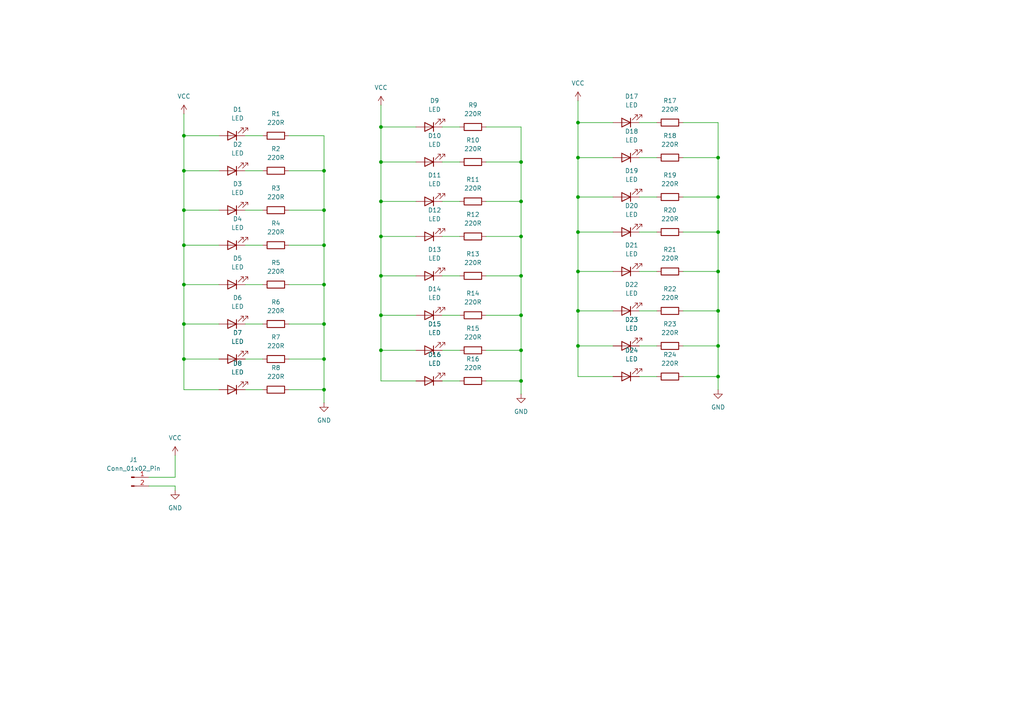
<source format=kicad_sch>
(kicad_sch (version 20231120) (generator "eeschema") (generator_version "8.0")
  (paper "A4")
  (lib_symbols
    (symbol "Connector:Conn_01x02_Pin" (pin_names (offset 1.016) hide)
      (property "Reference" "J" (at 0 2.54 0))
      (property "Value" "Conn_01x02_Pin" (at 0 -5.08 0))
      (symbol "Conn_01x02_Pin_1_1"
        (polyline (pts (xy 1.27 -2.54) (xy 0.8636 -2.54)) (stroke (width 0.1524)))
        (polyline (pts (xy 1.27 0) (xy 0.8636 0)) (stroke (width 0.1524)))
        (rectangle (start 0.8636 -2.413) (end 0 -2.667) (stroke (width 0.1524)) (fill (type outline)))
        (rectangle (start 0.8636 0.127) (end 0 -0.127) (stroke (width 0.1524)) (fill (type outline)))
        (pin passive line (at 5.08 0 180) (length 3.81) (name "Pin_1") (number "1"))
        (pin passive line (at 5.08 -2.54 180) (length 3.81) (name "Pin_2") (number "2"))
      )
    )
    (symbol "Device:LED" (pin_numbers hide) (pin_names (offset 1.016) hide)
      (property "Reference" "D" (at 0 2.54 0))
      (property "Value" "LED" (at 0 -2.54 0))
      (symbol "LED_0_1"
        (polyline (pts (xy -1.27 -1.27) (xy -1.27 1.27)) (stroke (width 0.254)))
        (polyline (pts (xy -1.27 0) (xy 1.27 0)))
        (polyline (pts (xy 1.27 -1.27) (xy 1.27 1.27) (xy -1.27 0) (xy 1.27 -1.27)) (stroke (width 0.254)))
        (polyline (pts (xy -3.048 -0.762) (xy -4.572 -2.286) (xy -3.81 -2.286) (xy -4.572 -2.286) (xy -4.572 -1.524)))
        (polyline (pts (xy -1.778 -0.762) (xy -3.302 -2.286) (xy -2.54 -2.286) (xy -3.302 -2.286) (xy -3.302 -1.524)))
      )
      (symbol "LED_1_1"
        (pin passive line (at -3.81 0 0) (length 2.54) (name "K") (number "1"))
        (pin passive line (at 3.81 0 180) (length 2.54) (name "A") (number "2"))
      )
    )
    (symbol "Device:R" (pin_numbers hide) (pin_names (offset 0))
      (property "Reference" "R" (at 2.032 0 90))
      (property "Value" "R" (at 0 0 90))
      (symbol "R_0_1"
        (rectangle (start -1.016 -2.54) (end 1.016 2.54) (stroke (width 0.254)))
      )
      (symbol "R_1_1"
        (pin passive line (at 0 3.81 270) (length 1.27) (name "~") (number "1"))
        (pin passive line (at 0 -3.81 90) (length 1.27) (name "~") (number "2"))
      )
    )
    (symbol "power:GND" (power) (pin_numbers hide) (pin_names (offset 0) hide)
      (property "Value" "GND" (at 0 -3.81 0))
      (symbol "GND_0_1"
        (polyline (pts (xy 0 0) (xy 0 -1.27) (xy 1.27 -1.27) (xy 0 -2.54) (xy -1.27 -1.27) (xy 0 -1.27)))
      )
      (symbol "GND_1_1"
        (pin power_in line (at 0 0 270) (length 0) (name "~") (number "1"))
      )
    )
    (symbol "power:VCC" (power) (pin_numbers hide) (pin_names (offset 0) hide)
      (property "Value" "VCC" (at 0 3.556 0))
      (symbol "VCC_0_1"
        (polyline (pts (xy -0.762 1.27) (xy 0 2.54)))
        (polyline (pts (xy 0 0) (xy 0 2.54)))
        (polyline (pts (xy 0 2.54) (xy 0.762 1.27)))
      )
      (symbol "VCC_1_1"
        (pin power_in line (at 0 0 90) (length 0) (name "~") (number "1"))
      )
    )
  )
  (junction (at 93.98 93.98))
  (junction (at 208.28 90.17))
  (junction (at 93.98 60.96))
  (junction (at 110.49 91.44))
  (junction (at 110.49 80.01))
  (junction (at 167.64 45.72))
  (junction (at 151.13 91.44))
  (junction (at 110.49 46.99))
  (junction (at 93.98 49.53))
  (junction (at 151.13 80.01))
  (junction (at 53.34 93.98))
  (junction (at 151.13 101.6))
  (junction (at 208.28 109.22))
  (junction (at 167.64 100.33))
  (junction (at 151.13 58.42))
  (junction (at 167.64 35.56))
  (junction (at 167.64 78.74))
  (junction (at 167.64 90.17))
  (junction (at 53.34 71.12))
  (junction (at 110.49 58.42))
  (junction (at 53.34 39.37))
  (junction (at 208.28 67.31))
  (junction (at 151.13 68.58))
  (junction (at 208.28 57.15))
  (junction (at 93.98 104.14))
  (junction (at 93.98 82.55))
  (junction (at 208.28 45.72))
  (junction (at 53.34 104.14))
  (junction (at 208.28 78.74))
  (junction (at 53.34 60.96))
  (junction (at 151.13 46.99))
  (junction (at 53.34 82.55))
  (junction (at 110.49 68.58))
  (junction (at 93.98 113.03))
  (junction (at 110.49 101.6))
  (junction (at 110.49 36.83))
  (junction (at 151.13 110.49))
  (junction (at 93.98 71.12))
  (junction (at 53.34 49.53))
  (junction (at 208.28 100.33))
  (junction (at 167.64 57.15))
  (junction (at 167.64 67.31))
  (wire (pts (xy 110.49 91.44) (xy 110.49 101.6)))
  (wire (pts (xy 83.82 39.37) (xy 93.98 39.37)))
  (wire (pts (xy 198.12 100.33) (xy 208.28 100.33)))
  (wire (pts (xy 128.27 58.42) (xy 133.35 58.42)))
  (wire (pts (xy 71.12 93.98) (xy 76.2 93.98)))
  (wire (pts (xy 151.13 110.49) (xy 151.13 114.3)))
  (wire (pts (xy 53.34 71.12) (xy 53.34 60.96)))
  (wire (pts (xy 208.28 57.15) (xy 208.28 67.31)))
  (wire (pts (xy 71.12 104.14) (xy 76.2 104.14)))
  (wire (pts (xy 53.34 71.12) (xy 63.5 71.12)))
  (wire (pts (xy 167.64 78.74) (xy 167.64 90.17)))
  (wire (pts (xy 185.42 109.22) (xy 190.5 109.22)))
  (wire (pts (xy 71.12 82.55) (xy 76.2 82.55)))
  (wire (pts (xy 83.82 82.55) (xy 93.98 82.55)))
  (wire (pts (xy 167.64 29.21) (xy 167.64 35.56)))
  (wire (pts (xy 53.34 71.12) (xy 53.34 82.55)))
  (wire (pts (xy 120.65 110.49) (xy 110.49 110.49)))
  (wire (pts (xy 208.28 78.74) (xy 208.28 90.17)))
  (wire (pts (xy 110.49 46.99) (xy 120.65 46.99)))
  (wire (pts (xy 71.12 113.03) (xy 76.2 113.03)))
  (wire (pts (xy 53.34 39.37) (xy 63.5 39.37)))
  (wire (pts (xy 140.97 110.49) (xy 151.13 110.49)))
  (wire (pts (xy 167.64 100.33) (xy 177.8 100.33)))
  (wire (pts (xy 53.34 60.96) (xy 63.5 60.96)))
  (wire (pts (xy 83.82 71.12) (xy 93.98 71.12)))
  (wire (pts (xy 128.27 68.58) (xy 133.35 68.58)))
  (wire (pts (xy 185.42 35.56) (xy 190.5 35.56)))
  (wire (pts (xy 83.82 49.53) (xy 93.98 49.53)))
  (wire (pts (xy 185.42 100.33) (xy 190.5 100.33)))
  (wire (pts (xy 140.97 80.01) (xy 151.13 80.01)))
  (wire (pts (xy 128.27 110.49) (xy 133.35 110.49)))
  (wire (pts (xy 128.27 36.83) (xy 133.35 36.83)))
  (wire (pts (xy 63.5 113.03) (xy 53.34 113.03)))
  (wire (pts (xy 93.98 60.96) (xy 93.98 71.12)))
  (wire (pts (xy 185.42 45.72) (xy 190.5 45.72)))
  (wire (pts (xy 110.49 36.83) (xy 120.65 36.83)))
  (wire (pts (xy 167.64 90.17) (xy 177.8 90.17)))
  (wire (pts (xy 208.28 100.33) (xy 208.28 109.22)))
  (wire (pts (xy 140.97 36.83) (xy 151.13 36.83)))
  (wire (pts (xy 110.49 58.42) (xy 110.49 46.99)))
  (wire (pts (xy 110.49 101.6) (xy 120.65 101.6)))
  (wire (pts (xy 71.12 60.96) (xy 76.2 60.96)))
  (wire (pts (xy 110.49 80.01) (xy 110.49 91.44)))
  (wire (pts (xy 83.82 60.96) (xy 93.98 60.96)))
  (wire (pts (xy 208.28 90.17) (xy 208.28 100.33)))
  (wire (pts (xy 140.97 91.44) (xy 151.13 91.44)))
  (wire (pts (xy 110.49 68.58) (xy 110.49 80.01)))
  (wire (pts (xy 110.49 68.58) (xy 120.65 68.58)))
  (wire (pts (xy 198.12 45.72) (xy 208.28 45.72)))
  (wire (pts (xy 185.42 90.17) (xy 190.5 90.17)))
  (wire (pts (xy 167.64 45.72) (xy 167.64 35.56)))
  (wire (pts (xy 120.65 80.01) (xy 110.49 80.01)))
  (wire (pts (xy 93.98 39.37) (xy 93.98 49.53)))
  (wire (pts (xy 177.8 109.22) (xy 167.64 109.22)))
  (wire (pts (xy 93.98 82.55) (xy 93.98 93.98)))
  (wire (pts (xy 83.82 93.98) (xy 93.98 93.98)))
  (wire (pts (xy 50.8 138.43) (xy 50.8 132.08)))
  (wire (pts (xy 140.97 58.42) (xy 151.13 58.42)))
  (wire (pts (xy 53.34 93.98) (xy 53.34 104.14)))
  (wire (pts (xy 151.13 91.44) (xy 151.13 101.6)))
  (wire (pts (xy 151.13 58.42) (xy 151.13 68.58)))
  (wire (pts (xy 198.12 109.22) (xy 208.28 109.22)))
  (wire (pts (xy 83.82 113.03) (xy 93.98 113.03)))
  (wire (pts (xy 93.98 104.14) (xy 93.98 113.03)))
  (wire (pts (xy 93.98 93.98) (xy 93.98 104.14)))
  (wire (pts (xy 167.64 57.15) (xy 177.8 57.15)))
  (wire (pts (xy 110.49 30.48) (xy 110.49 36.83)))
  (wire (pts (xy 128.27 91.44) (xy 133.35 91.44)))
  (wire (pts (xy 53.34 93.98) (xy 63.5 93.98)))
  (wire (pts (xy 43.18 140.97) (xy 50.8 140.97)))
  (wire (pts (xy 53.34 104.14) (xy 53.34 113.03)))
  (wire (pts (xy 93.98 71.12) (xy 93.98 82.55)))
  (wire (pts (xy 140.97 46.99) (xy 151.13 46.99)))
  (wire (pts (xy 151.13 46.99) (xy 151.13 58.42)))
  (wire (pts (xy 167.64 90.17) (xy 167.64 100.33)))
  (wire (pts (xy 43.18 138.43) (xy 50.8 138.43)))
  (wire (pts (xy 167.64 45.72) (xy 177.8 45.72)))
  (wire (pts (xy 208.28 109.22) (xy 208.28 113.03)))
  (wire (pts (xy 151.13 101.6) (xy 151.13 110.49)))
  (wire (pts (xy 53.34 49.53) (xy 53.34 39.37)))
  (wire (pts (xy 167.64 67.31) (xy 167.64 78.74)))
  (wire (pts (xy 140.97 68.58) (xy 151.13 68.58)))
  (wire (pts (xy 110.49 58.42) (xy 120.65 58.42)))
  (wire (pts (xy 53.34 82.55) (xy 53.34 93.98)))
  (wire (pts (xy 185.42 67.31) (xy 190.5 67.31)))
  (wire (pts (xy 198.12 78.74) (xy 208.28 78.74)))
  (wire (pts (xy 71.12 49.53) (xy 76.2 49.53)))
  (wire (pts (xy 208.28 67.31) (xy 208.28 78.74)))
  (wire (pts (xy 53.34 49.53) (xy 63.5 49.53)))
  (wire (pts (xy 167.64 67.31) (xy 167.64 57.15)))
  (wire (pts (xy 167.64 35.56) (xy 177.8 35.56)))
  (wire (pts (xy 140.97 101.6) (xy 151.13 101.6)))
  (wire (pts (xy 198.12 57.15) (xy 208.28 57.15)))
  (wire (pts (xy 110.49 68.58) (xy 110.49 58.42)))
  (wire (pts (xy 198.12 90.17) (xy 208.28 90.17)))
  (wire (pts (xy 71.12 71.12) (xy 76.2 71.12)))
  (wire (pts (xy 167.64 57.15) (xy 167.64 45.72)))
  (wire (pts (xy 167.64 67.31) (xy 177.8 67.31)))
  (wire (pts (xy 71.12 39.37) (xy 76.2 39.37)))
  (wire (pts (xy 53.34 60.96) (xy 53.34 49.53)))
  (wire (pts (xy 128.27 80.01) (xy 133.35 80.01)))
  (wire (pts (xy 177.8 78.74) (xy 167.64 78.74)))
  (wire (pts (xy 63.5 82.55) (xy 53.34 82.55)))
  (wire (pts (xy 151.13 68.58) (xy 151.13 80.01)))
  (wire (pts (xy 110.49 91.44) (xy 120.65 91.44)))
  (wire (pts (xy 128.27 46.99) (xy 133.35 46.99)))
  (wire (pts (xy 208.28 35.56) (xy 208.28 45.72)))
  (wire (pts (xy 198.12 67.31) (xy 208.28 67.31)))
  (wire (pts (xy 151.13 80.01) (xy 151.13 91.44)))
  (wire (pts (xy 198.12 35.56) (xy 208.28 35.56)))
  (wire (pts (xy 151.13 36.83) (xy 151.13 46.99)))
  (wire (pts (xy 93.98 113.03) (xy 93.98 116.84)))
  (wire (pts (xy 110.49 46.99) (xy 110.49 36.83)))
  (wire (pts (xy 50.8 140.97) (xy 50.8 142.24)))
  (wire (pts (xy 83.82 104.14) (xy 93.98 104.14)))
  (wire (pts (xy 185.42 57.15) (xy 190.5 57.15)))
  (wire (pts (xy 53.34 33.02) (xy 53.34 39.37)))
  (wire (pts (xy 93.98 49.53) (xy 93.98 60.96)))
  (wire (pts (xy 110.49 101.6) (xy 110.49 110.49)))
  (wire (pts (xy 128.27 101.6) (xy 133.35 101.6)))
  (wire (pts (xy 167.64 100.33) (xy 167.64 109.22)))
  (wire (pts (xy 185.42 78.74) (xy 190.5 78.74)))
  (wire (pts (xy 53.34 104.14) (xy 63.5 104.14)))
  (wire (pts (xy 208.28 45.72) (xy 208.28 57.15)))
  (symbol (lib_id "Device:R") (at 80.01 93.98 90) (unit 1)
    (property "Reference" "R6" (at 80.01 87.63 90))
    (property "Value" "220R" (at 80.01 90.17 90))
    (property "Footprint" "Resistor_THT:R_Axial_DIN0204_L3.6mm_D1.6mm_P5.08mm_Horizontal" (effects (hide yes)))
    (property "Description" "Resistor" (effects (hide yes)))
  )
  (symbol (lib_id "Device:R") (at 137.16 36.83 90) (unit 1)
    (property "Reference" "R9" (at 137.16 30.48 90))
    (property "Value" "220R" (at 137.16 33.02 90))
    (property "Footprint" "Resistor_THT:R_Axial_DIN0204_L3.6mm_D1.6mm_P5.08mm_Horizontal" (effects (hide yes)))
    (property "Description" "Resistor" (effects (hide yes)))
  )
  (symbol (lib_id "Device:R") (at 80.01 49.53 90) (unit 1)
    (property "Reference" "R2" (at 80.01 43.18 90))
    (property "Value" "220R" (at 80.01 45.72 90))
    (property "Footprint" "Resistor_THT:R_Axial_DIN0204_L3.6mm_D1.6mm_P5.08mm_Horizontal" (effects (hide yes)))
    (property "Description" "Resistor" (effects (hide yes)))
  )
  (symbol (lib_id "Device:R") (at 137.16 46.99 90) (unit 1)
    (property "Reference" "R10" (at 137.16 40.64 90))
    (property "Value" "220R" (at 137.16 43.18 90))
    (property "Footprint" "Resistor_THT:R_Axial_DIN0204_L3.6mm_D1.6mm_P5.08mm_Horizontal" (effects (hide yes)))
    (property "Description" "Resistor" (effects (hide yes)))
  )
  (symbol (lib_id "power:GND") (at 208.28 113.03 0) (unit 1)
    (property "Reference" "#PWR06" (effects (hide yes)))
    (property "Value" "GND" (at 208.28 118.11 0))
    (property "Description" "Power symbol creates a global label with name \"GND\" , ground" (effects (hide yes)))
  )
  (symbol (lib_id "Device:LED") (at 67.31 49.53 180) (unit 1)
    (property "Reference" "D2" (at 68.8975 41.91 0))
    (property "Value" "LED" (at 68.8975 44.45 0))
    (property "Footprint" "LED_THT:LED_D3.0mm" (effects (hide yes)))
    (property "Description" "Light emitting diode" (effects (hide yes)))
  )
  (symbol (lib_id "Device:R") (at 137.16 101.6 90) (unit 1)
    (property "Reference" "R15" (at 137.16 95.25 90))
    (property "Value" "220R" (at 137.16 97.79 90))
    (property "Footprint" "Resistor_THT:R_Axial_DIN0204_L3.6mm_D1.6mm_P5.08mm_Horizontal" (effects (hide yes)))
    (property "Description" "Resistor" (effects (hide yes)))
  )
  (symbol (lib_id "Device:LED") (at 67.31 82.55 180) (unit 1)
    (property "Reference" "D5" (at 68.8975 74.93 0))
    (property "Value" "LED" (at 68.8975 77.47 0))
    (property "Footprint" "LED_THT:LED_D3.0mm" (effects (hide yes)))
    (property "Description" "Light emitting diode" (effects (hide yes)))
  )
  (symbol (lib_id "power:VCC") (at 110.49 30.48 0) (unit 1)
    (property "Reference" "#PWR03" (effects (hide yes)))
    (property "Value" "VCC" (at 110.49 25.4 0))
    (property "Description" "Power symbol creates a global label with name \"VCC\"" (effects (hide yes)))
  )
  (symbol (lib_id "Device:R") (at 194.31 35.56 90) (unit 1)
    (property "Reference" "R17" (at 194.31 29.21 90))
    (property "Value" "220R" (at 194.31 31.75 90))
    (property "Footprint" "Resistor_THT:R_Axial_DIN0204_L3.6mm_D1.6mm_P5.08mm_Horizontal" (effects (hide yes)))
    (property "Description" "Resistor" (effects (hide yes)))
  )
  (symbol (lib_id "Device:LED") (at 67.31 113.03 180) (unit 1)
    (property "Reference" "D8" (at 68.8975 105.41 0))
    (property "Value" "LED" (at 68.8975 107.95 0))
    (property "Footprint" "LED_THT:LED_D3.0mm" (effects (hide yes)))
    (property "Description" "Light emitting diode" (effects (hide yes)))
  )
  (symbol (lib_id "Device:LED") (at 181.61 90.17 180) (unit 1)
    (property "Reference" "D22" (at 183.1975 82.55 0))
    (property "Value" "LED" (at 183.1975 85.09 0))
    (property "Footprint" "LED_THT:LED_D3.0mm" (effects (hide yes)))
    (property "Description" "Light emitting diode" (effects (hide yes)))
  )
  (symbol (lib_id "Device:R") (at 194.31 67.31 90) (unit 1)
    (property "Reference" "R20" (at 194.31 60.96 90))
    (property "Value" "220R" (at 194.31 63.5 90))
    (property "Footprint" "Resistor_THT:R_Axial_DIN0204_L3.6mm_D1.6mm_P5.08mm_Horizontal" (effects (hide yes)))
    (property "Description" "Resistor" (effects (hide yes)))
  )
  (symbol (lib_id "Device:LED") (at 181.61 57.15 180) (unit 1)
    (property "Reference" "D19" (at 183.1975 49.53 0))
    (property "Value" "LED" (at 183.1975 52.07 0))
    (property "Footprint" "LED_THT:LED_D3.0mm" (effects (hide yes)))
    (property "Description" "Light emitting diode" (effects (hide yes)))
  )
  (symbol (lib_id "Device:LED") (at 124.46 46.99 180) (unit 1)
    (property "Reference" "D10" (at 126.0475 39.37 0))
    (property "Value" "LED" (at 126.0475 41.91 0))
    (property "Footprint" "LED_THT:LED_D3.0mm" (effects (hide yes)))
    (property "Description" "Light emitting diode" (effects (hide yes)))
  )
  (symbol (lib_id "power:GND") (at 50.8 142.24 0) (unit 1)
    (property "Reference" "#PWR08" (effects (hide yes)))
    (property "Value" "GND" (at 50.8 147.32 0))
    (property "Description" "Power symbol creates a global label with name \"GND\" , ground" (effects (hide yes)))
  )
  (symbol (lib_id "Device:R") (at 194.31 57.15 90) (unit 1)
    (property "Reference" "R19" (at 194.31 50.8 90))
    (property "Value" "220R" (at 194.31 53.34 90))
    (property "Footprint" "Resistor_THT:R_Axial_DIN0204_L3.6mm_D1.6mm_P5.08mm_Horizontal" (effects (hide yes)))
    (property "Description" "Resistor" (effects (hide yes)))
  )
  (symbol (lib_id "Device:LED") (at 124.46 80.01 180) (unit 1)
    (property "Reference" "D13" (at 126.0475 72.39 0))
    (property "Value" "LED" (at 126.0475 74.93 0))
    (property "Footprint" "LED_THT:LED_D3.0mm" (effects (hide yes)))
    (property "Description" "Light emitting diode" (effects (hide yes)))
  )
  (symbol (lib_id "Device:R") (at 137.16 91.44 90) (unit 1)
    (property "Reference" "R14" (at 137.16 85.09 90))
    (property "Value" "220R" (at 137.16 87.63 90))
    (property "Footprint" "Resistor_THT:R_Axial_DIN0204_L3.6mm_D1.6mm_P5.08mm_Horizontal" (effects (hide yes)))
    (property "Description" "Resistor" (effects (hide yes)))
  )
  (symbol (lib_id "Device:LED") (at 124.46 110.49 180) (unit 1)
    (property "Reference" "D16" (at 126.0475 102.87 0))
    (property "Value" "LED" (at 126.0475 105.41 0))
    (property "Footprint" "LED_THT:LED_D3.0mm" (effects (hide yes)))
    (property "Description" "Light emitting diode" (effects (hide yes)))
  )
  (symbol (lib_id "Device:LED") (at 67.31 104.14 180) (unit 1)
    (property "Reference" "D7" (at 68.8975 96.52 0))
    (property "Value" "LED" (at 68.8975 99.06 0))
    (property "Footprint" "LED_THT:LED_D3.0mm" (effects (hide yes)))
    (property "Description" "Light emitting diode" (effects (hide yes)))
  )
  (symbol (lib_id "Device:LED") (at 124.46 68.58 180) (unit 1)
    (property "Reference" "D12" (at 126.0475 60.96 0))
    (property "Value" "LED" (at 126.0475 63.5 0))
    (property "Footprint" "LED_THT:LED_D3.0mm" (effects (hide yes)))
    (property "Description" "Light emitting diode" (effects (hide yes)))
  )
  (symbol (lib_id "Device:LED") (at 67.31 71.12 180) (unit 1)
    (property "Reference" "D4" (at 68.8975 63.5 0))
    (property "Value" "LED" (at 68.8975 66.04 0))
    (property "Footprint" "LED_THT:LED_D3.0mm" (effects (hide yes)))
    (property "Description" "Light emitting diode" (effects (hide yes)))
  )
  (symbol (lib_id "Device:R") (at 137.16 58.42 90) (unit 1)
    (property "Reference" "R11" (at 137.16 52.07 90))
    (property "Value" "220R" (at 137.16 54.61 90))
    (property "Footprint" "Resistor_THT:R_Axial_DIN0204_L3.6mm_D1.6mm_P5.08mm_Horizontal" (effects (hide yes)))
    (property "Description" "Resistor" (effects (hide yes)))
  )
  (symbol (lib_id "power:GND") (at 151.13 114.3 0) (unit 1)
    (property "Reference" "#PWR04" (effects (hide yes)))
    (property "Value" "GND" (at 151.13 119.38 0))
    (property "Description" "Power symbol creates a global label with name \"GND\" , ground" (effects (hide yes)))
  )
  (symbol (lib_id "Device:R") (at 80.01 71.12 90) (unit 1)
    (property "Reference" "R4" (at 80.01 64.77 90))
    (property "Value" "220R" (at 80.01 67.31 90))
    (property "Footprint" "Resistor_THT:R_Axial_DIN0204_L3.6mm_D1.6mm_P5.08mm_Horizontal" (effects (hide yes)))
    (property "Description" "Resistor" (effects (hide yes)))
  )
  (symbol (lib_id "Device:LED") (at 181.61 45.72 180) (unit 1)
    (property "Reference" "D18" (at 183.1975 38.1 0))
    (property "Value" "LED" (at 183.1975 40.64 0))
    (property "Footprint" "LED_THT:LED_D3.0mm" (effects (hide yes)))
    (property "Description" "Light emitting diode" (effects (hide yes)))
  )
  (symbol (lib_id "Device:R") (at 137.16 110.49 90) (unit 1)
    (property "Reference" "R16" (at 137.16 104.14 90))
    (property "Value" "220R" (at 137.16 106.68 90))
    (property "Footprint" "Resistor_THT:R_Axial_DIN0204_L3.6mm_D1.6mm_P5.08mm_Horizontal" (effects (hide yes)))
    (property "Description" "Resistor" (effects (hide yes)))
  )
  (symbol (lib_id "Device:LED") (at 181.61 78.74 180) (unit 1)
    (property "Reference" "D21" (at 183.1975 71.12 0))
    (property "Value" "LED" (at 183.1975 73.66 0))
    (property "Footprint" "LED_THT:LED_D3.0mm" (effects (hide yes)))
    (property "Description" "Light emitting diode" (effects (hide yes)))
  )
  (symbol (lib_id "Device:R") (at 194.31 78.74 90) (unit 1)
    (property "Reference" "R21" (at 194.31 72.39 90))
    (property "Value" "220R" (at 194.31 74.93 90))
    (property "Footprint" "Resistor_THT:R_Axial_DIN0204_L3.6mm_D1.6mm_P5.08mm_Horizontal" (effects (hide yes)))
    (property "Description" "Resistor" (effects (hide yes)))
  )
  (symbol (lib_id "Connector:Conn_01x02_Pin") (at 38.1 138.43 0) (unit 1)
    (property "Reference" "J1" (at 38.735 133.35 0))
    (property "Value" "Conn_01x02_Pin" (at 38.735 135.89 0))
    (property "Footprint" "Connector_Phoenix_GMSTB:PhoenixContact_GMSTBA_2,5_2-G-7,62_1x02_P7.62mm_Horizontal" (effects (hide yes)))
    (property "Description" "Generic connector, single row, 01x02, script generated" (effects (hide yes)))
  )
  (symbol (lib_id "Device:LED") (at 181.61 100.33 180) (unit 1)
    (property "Reference" "D23" (at 183.1975 92.71 0))
    (property "Value" "LED" (at 183.1975 95.25 0))
    (property "Footprint" "LED_THT:LED_D3.0mm" (effects (hide yes)))
    (property "Description" "Light emitting diode" (effects (hide yes)))
  )
  (symbol (lib_id "power:VCC") (at 53.34 33.02 0) (unit 1)
    (property "Reference" "#PWR02" (effects (hide yes)))
    (property "Value" "VCC" (at 53.34 27.94 0))
    (property "Description" "Power symbol creates a global label with name \"VCC\"" (effects (hide yes)))
  )
  (symbol (lib_id "Device:LED") (at 124.46 58.42 180) (unit 1)
    (property "Reference" "D11" (at 126.0475 50.8 0))
    (property "Value" "LED" (at 126.0475 53.34 0))
    (property "Footprint" "LED_THT:LED_D3.0mm" (effects (hide yes)))
    (property "Description" "Light emitting diode" (effects (hide yes)))
  )
  (symbol (lib_id "Device:R") (at 80.01 104.14 90) (unit 1)
    (property "Reference" "R7" (at 80.01 97.79 90))
    (property "Value" "220R" (at 80.01 100.33 90))
    (property "Footprint" "Resistor_THT:R_Axial_DIN0204_L3.6mm_D1.6mm_P5.08mm_Horizontal" (effects (hide yes)))
    (property "Description" "Resistor" (effects (hide yes)))
  )
  (symbol (lib_id "Device:LED") (at 67.31 39.37 180) (unit 1)
    (property "Reference" "D1" (at 68.8975 31.75 0))
    (property "Value" "LED" (at 68.8975 34.29 0))
    (property "Footprint" "LED_THT:LED_D3.0mm" (effects (hide yes)))
    (property "Description" "Light emitting diode" (effects (hide yes)))
  )
  (symbol (lib_id "Device:LED") (at 67.31 93.98 180) (unit 1)
    (property "Reference" "D6" (at 68.8975 86.36 0))
    (property "Value" "LED" (at 68.8975 88.9 0))
    (property "Footprint" "LED_THT:LED_D3.0mm" (effects (hide yes)))
    (property "Description" "Light emitting diode" (effects (hide yes)))
  )
  (symbol (lib_id "Device:LED") (at 181.61 109.22 180) (unit 1)
    (property "Reference" "D24" (at 183.1975 101.6 0))
    (property "Value" "LED" (at 183.1975 104.14 0))
    (property "Footprint" "LED_THT:LED_D3.0mm" (effects (hide yes)))
    (property "Description" "Light emitting diode" (effects (hide yes)))
  )
  (symbol (lib_id "Device:R") (at 80.01 60.96 90) (unit 1)
    (property "Reference" "R3" (at 80.01 54.61 90))
    (property "Value" "220R" (at 80.01 57.15 90))
    (property "Footprint" "Resistor_THT:R_Axial_DIN0204_L3.6mm_D1.6mm_P5.08mm_Horizontal" (effects (hide yes)))
    (property "Description" "Resistor" (effects (hide yes)))
  )
  (symbol (lib_id "Device:R") (at 80.01 113.03 90) (unit 1)
    (property "Reference" "R8" (at 80.01 106.68 90))
    (property "Value" "220R" (at 80.01 109.22 90))
    (property "Footprint" "Resistor_THT:R_Axial_DIN0204_L3.6mm_D1.6mm_P5.08mm_Horizontal" (effects (hide yes)))
    (property "Description" "Resistor" (effects (hide yes)))
  )
  (symbol (lib_id "Device:LED") (at 124.46 91.44 180) (unit 1)
    (property "Reference" "D14" (at 126.0475 83.82 0))
    (property "Value" "LED" (at 126.0475 86.36 0))
    (property "Footprint" "LED_THT:LED_D3.0mm" (effects (hide yes)))
    (property "Description" "Light emitting diode" (effects (hide yes)))
  )
  (symbol (lib_id "Device:R") (at 137.16 80.01 90) (unit 1)
    (property "Reference" "R13" (at 137.16 73.66 90))
    (property "Value" "220R" (at 137.16 76.2 90))
    (property "Footprint" "Resistor_THT:R_Axial_DIN0204_L3.6mm_D1.6mm_P5.08mm_Horizontal" (effects (hide yes)))
    (property "Description" "Resistor" (effects (hide yes)))
  )
  (symbol (lib_id "power:GND") (at 93.98 116.84 0) (unit 1)
    (property "Reference" "#PWR01" (effects (hide yes)))
    (property "Value" "GND" (at 93.98 121.92 0))
    (property "Description" "Power symbol creates a global label with name \"GND\" , ground" (effects (hide yes)))
  )
  (symbol (lib_id "Device:LED") (at 181.61 35.56 180) (unit 1)
    (property "Reference" "D17" (at 183.1975 27.94 0))
    (property "Value" "LED" (at 183.1975 30.48 0))
    (property "Footprint" "LED_THT:LED_D3.0mm" (effects (hide yes)))
    (property "Description" "Light emitting diode" (effects (hide yes)))
  )
  (symbol (lib_id "Device:R") (at 80.01 82.55 90) (unit 1)
    (property "Reference" "R5" (at 80.01 76.2 90))
    (property "Value" "220R" (at 80.01 78.74 90))
    (property "Footprint" "Resistor_THT:R_Axial_DIN0204_L3.6mm_D1.6mm_P5.08mm_Horizontal" (effects (hide yes)))
    (property "Description" "Resistor" (effects (hide yes)))
  )
  (symbol (lib_id "Device:LED") (at 124.46 36.83 180) (unit 1)
    (property "Reference" "D9" (at 126.0475 29.21 0))
    (property "Value" "LED" (at 126.0475 31.75 0))
    (property "Footprint" "LED_THT:LED_D3.0mm" (effects (hide yes)))
    (property "Description" "Light emitting diode" (effects (hide yes)))
  )
  (symbol (lib_id "Device:R") (at 194.31 100.33 90) (unit 1)
    (property "Reference" "R23" (at 194.31 93.98 90))
    (property "Value" "220R" (at 194.31 96.52 90))
    (property "Footprint" "Resistor_THT:R_Axial_DIN0204_L3.6mm_D1.6mm_P5.08mm_Horizontal" (effects (hide yes)))
    (property "Description" "Resistor" (effects (hide yes)))
  )
  (symbol (lib_id "power:VCC") (at 167.64 29.21 0) (unit 1)
    (property "Reference" "#PWR05" (effects (hide yes)))
    (property "Value" "VCC" (at 167.64 24.13 0))
    (property "Description" "Power symbol creates a global label with name \"VCC\"" (effects (hide yes)))
  )
  (symbol (lib_id "Device:R") (at 80.01 39.37 90) (unit 1)
    (property "Reference" "R1" (at 80.01 33.02 90))
    (property "Value" "220R" (at 80.01 35.56 90))
    (property "Footprint" "Resistor_THT:R_Axial_DIN0204_L3.6mm_D1.6mm_P5.08mm_Horizontal" (effects (hide yes)))
    (property "Description" "Resistor" (effects (hide yes)))
  )
  (symbol (lib_id "Device:R") (at 137.16 68.58 90) (unit 1)
    (property "Reference" "R12" (at 137.16 62.23 90))
    (property "Value" "220R" (at 137.16 64.77 90))
    (property "Footprint" "Resistor_THT:R_Axial_DIN0204_L3.6mm_D1.6mm_P5.08mm_Horizontal" (effects (hide yes)))
    (property "Description" "Resistor" (effects (hide yes)))
  )
  (symbol (lib_id "Device:R") (at 194.31 109.22 90) (unit 1)
    (property "Reference" "R24" (at 194.31 102.87 90))
    (property "Value" "220R" (at 194.31 105.41 90))
    (property "Footprint" "Resistor_THT:R_Axial_DIN0204_L3.6mm_D1.6mm_P5.08mm_Horizontal" (effects (hide yes)))
    (property "Description" "Resistor" (effects (hide yes)))
  )
  (symbol (lib_id "Device:LED") (at 124.46 101.6 180) (unit 1)
    (property "Reference" "D15" (at 126.0475 93.98 0))
    (property "Value" "LED" (at 126.0475 96.52 0))
    (property "Footprint" "LED_THT:LED_D3.0mm" (effects (hide yes)))
    (property "Description" "Light emitting diode" (effects (hide yes)))
  )
  (symbol (lib_id "Device:LED") (at 181.61 67.31 180) (unit 1)
    (property "Reference" "D20" (at 183.1975 59.69 0))
    (property "Value" "LED" (at 183.1975 62.23 0))
    (property "Footprint" "LED_THT:LED_D3.0mm" (effects (hide yes)))
    (property "Description" "Light emitting diode" (effects (hide yes)))
  )
  (symbol (lib_id "Device:R") (at 194.31 45.72 90) (unit 1)
    (property "Reference" "R18" (at 194.31 39.37 90))
    (property "Value" "220R" (at 194.31 41.91 90))
    (property "Footprint" "Resistor_THT:R_Axial_DIN0204_L3.6mm_D1.6mm_P5.08mm_Horizontal" (effects (hide yes)))
    (property "Description" "Resistor" (effects (hide yes)))
  )
  (symbol (lib_id "power:VCC") (at 50.8 132.08 0) (unit 1)
    (property "Reference" "#PWR07" (effects (hide yes)))
    (property "Value" "VCC" (at 50.8 127 0))
    (property "Description" "Power symbol creates a global label with name \"VCC\"" (effects (hide yes)))
  )
  (symbol (lib_id "Device:LED") (at 67.31 60.96 180) (unit 1)
    (property "Reference" "D3" (at 68.8975 53.34 0))
    (property "Value" "LED" (at 68.8975 55.88 0))
    (property "Footprint" "LED_THT:LED_D3.0mm" (effects (hide yes)))
    (property "Description" "Light emitting diode" (effects (hide yes)))
  )
  (symbol (lib_id "Device:R") (at 194.31 90.17 90) (unit 1)
    (property "Reference" "R22" (at 194.31 83.82 90))
    (property "Value" "220R" (at 194.31 86.36 90))
    (property "Footprint" "Resistor_THT:R_Axial_DIN0204_L3.6mm_D1.6mm_P5.08mm_Horizontal" (effects (hide yes)))
    (property "Description" "Resistor" (effects (hide yes)))
  )
)
</source>
